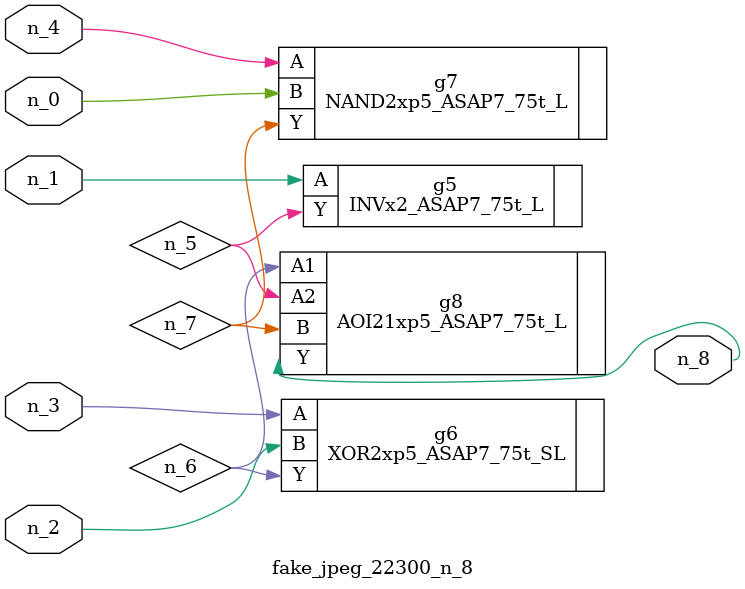
<source format=v>
module fake_jpeg_22300_n_8 (n_3, n_2, n_1, n_0, n_4, n_8);

input n_3;
input n_2;
input n_1;
input n_0;
input n_4;

output n_8;

wire n_6;
wire n_5;
wire n_7;

INVx2_ASAP7_75t_L g5 ( 
.A(n_1),
.Y(n_5)
);

XOR2xp5_ASAP7_75t_SL g6 ( 
.A(n_3),
.B(n_2),
.Y(n_6)
);

NAND2xp5_ASAP7_75t_L g7 ( 
.A(n_4),
.B(n_0),
.Y(n_7)
);

AOI21xp5_ASAP7_75t_L g8 ( 
.A1(n_6),
.A2(n_5),
.B(n_7),
.Y(n_8)
);


endmodule
</source>
